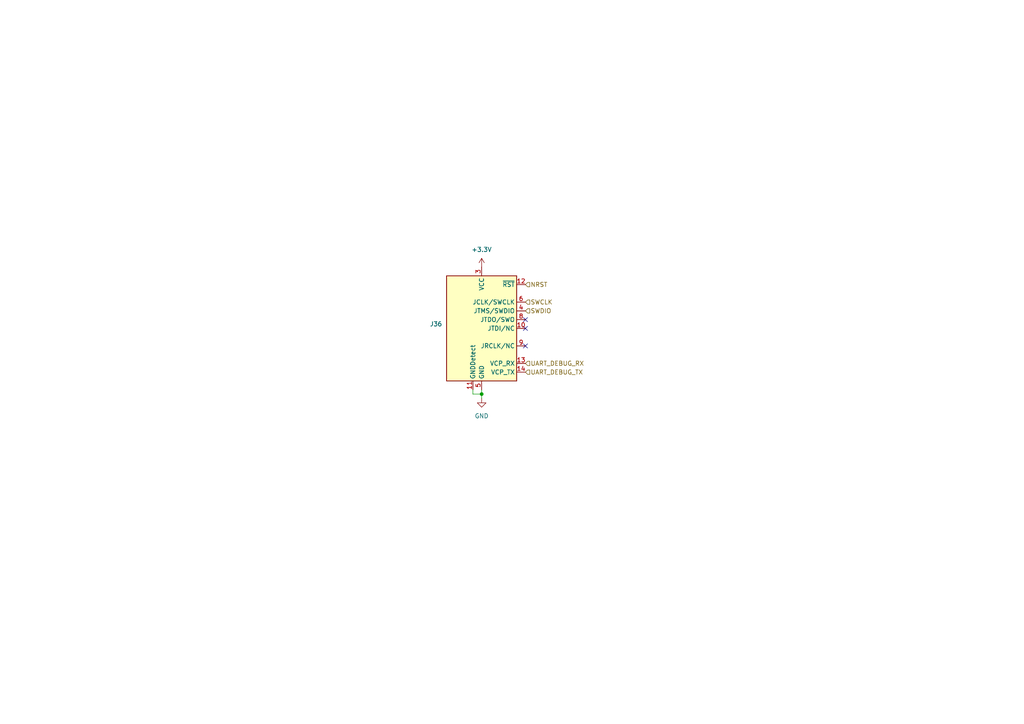
<source format=kicad_sch>
(kicad_sch (version 20250114) (generator "eeschema") (generator_version "9.0")
  (paper "A4")
  (lib_symbols
    (symbol "Connector:Conn_ST_STDC14"
      (property "Reference" "J" (at -8.89 16.51 0))
      (property "Value" "Conn_ST_STDC14" (at 17.78 16.51 0))
      (symbol "Conn_ST_STDC14_0_1"
        (rectangle (start -10.16 15.24) (end 10.16 -15.24) (stroke (width 0.254)) (fill (type background)))
      )
      (symbol "Conn_ST_STDC14_1_1"
        (pin no_connect line (at -10.16 5.08 0) (length 2.54) (hide yes) (name "NC") (number "1"))
        (pin no_connect line (at -10.16 2.54 0) (length 2.54) (hide yes) (name "NC") (number "2"))
        (pin passive line (at -2.54 -17.78 90) (length 2.54) (name "GNDDetect") (number "11"))
        (pin power_in line (at 0 17.78 270) (length 2.54) (name "VCC") (number "3"))
        (pin power_in line (at 0 -17.78 90) (length 2.54) (name "GND") (number "5"))
        (pin passive line (at 0 -17.78 90) (length 2.54) (hide yes) (name "GND") (number "7"))
        (pin open_collector line (at 12.7 12.7 180) (length 2.54) (name "~{RST}") (number "12"))
        (pin output line (at 12.7 7.62 180) (length 2.54) (name "JCLK/SWCLK") (number "6"))
        (pin bidirectional line (at 12.7 5.08 180) (length 2.54) (name "JTMS/SWDIO") (number "4"))
        (pin input line (at 12.7 2.54 180) (length 2.54) (name "JTDO/SWO") (number "8"))
        (pin output line (at 12.7 0 180) (length 2.54) (name "JTDI/NC") (number "10"))
        (pin input line (at 12.7 -5.08 180) (length 2.54) (name "JRCLK/NC") (number "9"))
        (pin output line (at 12.7 -10.16 180) (length 2.54) (name "VCP_RX") (number "13"))
        (pin input line (at 12.7 -12.7 180) (length 2.54) (name "VCP_TX") (number "14"))
      )
    )
    (symbol "GND_13" (power) (pin_numbers (hide yes)) (pin_names (offset 0) (hide yes))
      (property "Value" "GND" (at 0 -3.81 0))
      (symbol "GND_13_0_1"
        (polyline (pts (xy 0 0) (xy 0 -1.27) (xy 1.27 -1.27) (xy 0 -2.54) (xy -1.27 -1.27) (xy 0 -1.27)))
      )
      (symbol "GND_13_1_1"
        (pin power_in line (at 0 0 270) (length 0) (name "~") (number "1"))
      )
    )
    (symbol "power:+3.3V" (power) (pin_numbers (hide yes)) (pin_names (offset 0) (hide yes))
      (property "Value" "+3.3V" (at 0 3.556 0))
      (symbol "+3.3V_0_1"
        (polyline (pts (xy -0.762 1.27) (xy 0 2.54)))
        (polyline (pts (xy 0 2.54) (xy 0.762 1.27)))
        (polyline (pts (xy 0 0) (xy 0 2.54)))
      )
      (symbol "+3.3V_1_1"
        (pin power_in line (at 0 0 90) (length 0) (name "~") (number "1"))
      )
    )
  )
  (junction (at 139.7 114.3))
  (no_connect (at 152.4 92.71))
  (no_connect (at 152.4 100.33))
  (no_connect (at 152.4 95.25))
  (wire (pts (xy 137.16 114.3) (xy 139.7 114.3)))
  (wire (pts (xy 137.16 113.03) (xy 137.16 114.3)))
  (wire (pts (xy 139.7 114.3) (xy 139.7 115.57)))
  (wire (pts (xy 139.7 113.03) (xy 139.7 114.3)))
  (hierarchical_label "UART_DEBUG_TX" (shape input) (at 152.4 107.95 0))
  (hierarchical_label "SWDIO" (shape input) (at 152.4 90.17 0))
  (hierarchical_label "NRST" (shape input) (at 152.4 82.55 0))
  (hierarchical_label "UART_DEBUG_RX" (shape input) (at 152.4 105.41 0))
  (hierarchical_label "SWCLK" (shape input) (at 152.4 87.63 0))
  (symbol (lib_id "Connector:Conn_ST_STDC14") (at 139.7 95.25 0) (unit 1)
    (property "Reference" "J36" (at 128.27 93.9799 0) (effects (justify right)))
    (property "Value" "Conn_ST_STDC14" (effects (hide yes)))
    (property "Footprint" "Connector_PinHeader_1.27mm:PinHeader_2x07_P1.27mm_Vertical_SMD" (effects (hide yes)))
    (property "Datasheet" "https://www.st.com/content/ccc/resource/technical/document/user_manual/group1/99/49/91/b6/b2/3a/46/e5/DM00526767/files/DM00526767.pdf/jcr:content/translations/en.DM00526767.pdf" (effects (hide yes)))
    (property "Description" "ST Debug Connector, standard ARM Cortex-M SWD and JTAG interface plus UART" (effects (hide yes)))
    (property "MPN" "STLINK-V3MINIE" (effects (hide yes)))
  )
  (symbol (lib_name "GND_13") (lib_id "power:GND") (at 139.7 115.57 0) (unit 1)
    (property "Reference" "#PWR087" (effects (hide yes)))
    (property "Value" "GND" (at 139.7 120.65 0))
    (property "Description" "Power symbol creates a global label with name \"GND\" , ground" (effects (hide yes)))
  )
  (symbol (lib_id "power:+3.3V") (at 139.7 77.47 0) (unit 1)
    (property "Reference" "#PWR086" (effects (hide yes)))
    (property "Value" "+3.3V" (at 139.7 72.39 0))
  )
)
</source>
